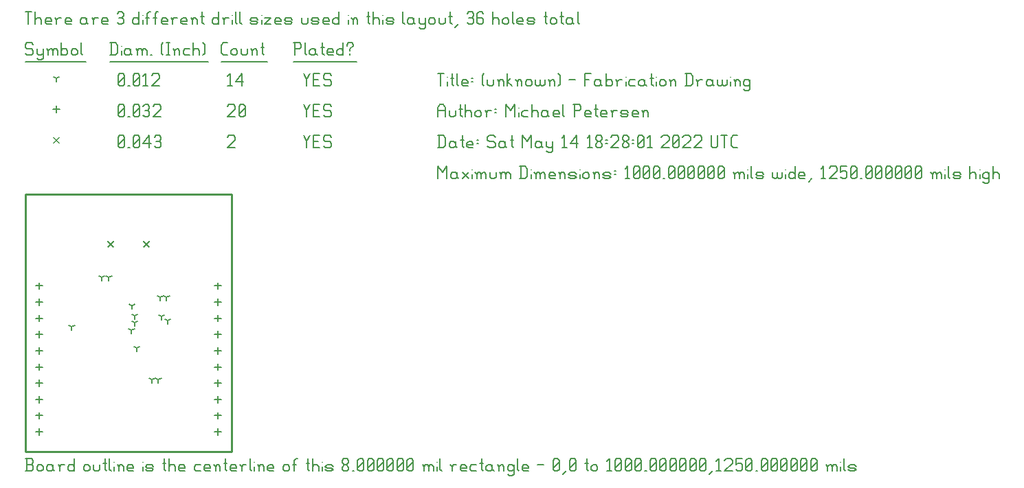
<source format=gbr>
G04 start of page 12 for group -3984 idx -3984 *
G04 Title: (unknown), fab *
G04 Creator: pcb 4.0.2 *
G04 CreationDate: Sat May 14 18:28:01 2022 UTC *
G04 For: railfan *
G04 Format: Gerber/RS-274X *
G04 PCB-Dimensions (mil): 1000.00 1250.00 *
G04 PCB-Coordinate-Origin: lower left *
%MOIN*%
%FSLAX25Y25*%
%LNFAB*%
%ADD52C,0.0100*%
%ADD51C,0.0075*%
%ADD50C,0.0060*%
%ADD49C,0.0001*%
G54D49*G36*
X57461Y102644D02*X60427Y99678D01*
X59861Y99112D01*
X56896Y102078D01*
X57461Y102644D01*
G37*
G36*
X56896Y99678D02*X59861Y102644D01*
X60427Y102078D01*
X57461Y99112D01*
X56896Y99678D01*
G37*
G36*
X40139Y102644D02*X43104Y99678D01*
X42539Y99112D01*
X39573Y102078D01*
X40139Y102644D01*
G37*
G36*
X39573Y99678D02*X42539Y102644D01*
X43104Y102078D01*
X40139Y99112D01*
X39573Y99678D01*
G37*
G36*
X13800Y153016D02*X16766Y150050D01*
X16200Y149484D01*
X13234Y152450D01*
X13800Y153016D01*
G37*
G36*
X13234Y150050D02*X16200Y153016D01*
X16766Y152450D01*
X13800Y149484D01*
X13234Y150050D01*
G37*
G54D50*X135000Y153500D02*X136500Y150500D01*
X138000Y153500D01*
X136500Y150500D02*Y147500D01*
X139800Y150800D02*X142050D01*
X139800Y147500D02*X142800D01*
X139800Y153500D02*Y147500D01*
Y153500D02*X142800D01*
X147600D02*X148350Y152750D01*
X145350Y153500D02*X147600D01*
X144600Y152750D02*X145350Y153500D01*
X144600Y152750D02*Y151250D01*
X145350Y150500D01*
X147600D01*
X148350Y149750D01*
Y148250D01*
X147600Y147500D02*X148350Y148250D01*
X145350Y147500D02*X147600D01*
X144600Y148250D02*X145350Y147500D01*
X98000Y152750D02*X98750Y153500D01*
X101000D01*
X101750Y152750D01*
Y151250D01*
X98000Y147500D02*X101750Y151250D01*
X98000Y147500D02*X101750D01*
X45000Y148250D02*X45750Y147500D01*
X45000Y152750D02*Y148250D01*
Y152750D02*X45750Y153500D01*
X47250D01*
X48000Y152750D01*
Y148250D01*
X47250Y147500D02*X48000Y148250D01*
X45750Y147500D02*X47250D01*
X45000Y149000D02*X48000Y152000D01*
X49800Y147500D02*X50550D01*
X52350Y148250D02*X53100Y147500D01*
X52350Y152750D02*Y148250D01*
Y152750D02*X53100Y153500D01*
X54600D01*
X55350Y152750D01*
Y148250D01*
X54600Y147500D02*X55350Y148250D01*
X53100Y147500D02*X54600D01*
X52350Y149000D02*X55350Y152000D01*
X57150Y149750D02*X60150Y153500D01*
X57150Y149750D02*X60900D01*
X60150Y153500D02*Y147500D01*
X62700Y152750D02*X63450Y153500D01*
X64950D01*
X65700Y152750D01*
X64950Y147500D02*X65700Y148250D01*
X63450Y147500D02*X64950D01*
X62700Y148250D02*X63450Y147500D01*
Y150800D02*X64950D01*
X65700Y152750D02*Y151550D01*
Y150050D02*Y148250D01*
Y150050D02*X64950Y150800D01*
X65700Y151550D02*X64950Y150800D01*
X6693Y82100D02*Y78900D01*
X5093Y80500D02*X8293D01*
X6693Y74226D02*Y71026D01*
X5093Y72626D02*X8293D01*
X6693Y66352D02*Y63152D01*
X5093Y64752D02*X8293D01*
X6693Y58478D02*Y55278D01*
X5093Y56878D02*X8293D01*
X6693Y50604D02*Y47404D01*
X5093Y49004D02*X8293D01*
X6693Y42730D02*Y39530D01*
X5093Y41130D02*X8293D01*
X6693Y34856D02*Y31656D01*
X5093Y33256D02*X8293D01*
X6693Y26982D02*Y23782D01*
X5093Y25382D02*X8293D01*
X6693Y19108D02*Y15908D01*
X5093Y17508D02*X8293D01*
X6693Y11234D02*Y8034D01*
X5093Y9634D02*X8293D01*
X93307Y82100D02*Y78900D01*
X91707Y80500D02*X94907D01*
X93307Y74226D02*Y71026D01*
X91707Y72626D02*X94907D01*
X93307Y66352D02*Y63152D01*
X91707Y64752D02*X94907D01*
X93307Y58478D02*Y55278D01*
X91707Y56878D02*X94907D01*
X93307Y50604D02*Y47404D01*
X91707Y49004D02*X94907D01*
X93307Y42730D02*Y39530D01*
X91707Y41130D02*X94907D01*
X93307Y34856D02*Y31656D01*
X91707Y33256D02*X94907D01*
X93307Y26982D02*Y23782D01*
X91707Y25382D02*X94907D01*
X93307Y19108D02*Y15908D01*
X91707Y17508D02*X94907D01*
X93307Y11234D02*Y8034D01*
X91707Y9634D02*X94907D01*
X15000Y167850D02*Y164650D01*
X13400Y166250D02*X16600D01*
X135000Y168500D02*X136500Y165500D01*
X138000Y168500D01*
X136500Y165500D02*Y162500D01*
X139800Y165800D02*X142050D01*
X139800Y162500D02*X142800D01*
X139800Y168500D02*Y162500D01*
Y168500D02*X142800D01*
X147600D02*X148350Y167750D01*
X145350Y168500D02*X147600D01*
X144600Y167750D02*X145350Y168500D01*
X144600Y167750D02*Y166250D01*
X145350Y165500D01*
X147600D01*
X148350Y164750D01*
Y163250D01*
X147600Y162500D02*X148350Y163250D01*
X145350Y162500D02*X147600D01*
X144600Y163250D02*X145350Y162500D01*
X98000Y167750D02*X98750Y168500D01*
X101000D01*
X101750Y167750D01*
Y166250D01*
X98000Y162500D02*X101750Y166250D01*
X98000Y162500D02*X101750D01*
X103550Y163250D02*X104300Y162500D01*
X103550Y167750D02*Y163250D01*
Y167750D02*X104300Y168500D01*
X105800D01*
X106550Y167750D01*
Y163250D01*
X105800Y162500D02*X106550Y163250D01*
X104300Y162500D02*X105800D01*
X103550Y164000D02*X106550Y167000D01*
X45000Y163250D02*X45750Y162500D01*
X45000Y167750D02*Y163250D01*
Y167750D02*X45750Y168500D01*
X47250D01*
X48000Y167750D01*
Y163250D01*
X47250Y162500D02*X48000Y163250D01*
X45750Y162500D02*X47250D01*
X45000Y164000D02*X48000Y167000D01*
X49800Y162500D02*X50550D01*
X52350Y163250D02*X53100Y162500D01*
X52350Y167750D02*Y163250D01*
Y167750D02*X53100Y168500D01*
X54600D01*
X55350Y167750D01*
Y163250D01*
X54600Y162500D02*X55350Y163250D01*
X53100Y162500D02*X54600D01*
X52350Y164000D02*X55350Y167000D01*
X57150Y167750D02*X57900Y168500D01*
X59400D01*
X60150Y167750D01*
X59400Y162500D02*X60150Y163250D01*
X57900Y162500D02*X59400D01*
X57150Y163250D02*X57900Y162500D01*
Y165800D02*X59400D01*
X60150Y167750D02*Y166550D01*
Y165050D02*Y163250D01*
Y165050D02*X59400Y165800D01*
X60150Y166550D02*X59400Y165800D01*
X61950Y167750D02*X62700Y168500D01*
X64950D01*
X65700Y167750D01*
Y166250D01*
X61950Y162500D02*X65700Y166250D01*
X61950Y162500D02*X65700D01*
X40500Y84500D02*Y82900D01*
Y84500D02*X41887Y85300D01*
X40500Y84500D02*X39113Y85300D01*
X37000Y84500D02*Y82900D01*
Y84500D02*X38387Y85300D01*
X37000Y84500D02*X35613Y85300D01*
X22500Y60600D02*Y59000D01*
Y60600D02*X23887Y61400D01*
X22500Y60600D02*X21113Y61400D01*
X51600Y70800D02*Y69200D01*
Y70800D02*X52987Y71600D01*
X51600Y70800D02*X50213Y71600D01*
X54000Y50300D02*Y48700D01*
Y50300D02*X55387Y51100D01*
X54000Y50300D02*X52613Y51100D01*
X65500Y75000D02*Y73400D01*
Y75000D02*X66887Y75800D01*
X65500Y75000D02*X64113Y75800D01*
X68500Y75000D02*Y73400D01*
Y75000D02*X69887Y75800D01*
X68500Y75000D02*X67113Y75800D01*
X61500Y35000D02*Y33400D01*
Y35000D02*X62887Y35800D01*
X61500Y35000D02*X60113Y35800D01*
X64500Y35000D02*Y33400D01*
Y35000D02*X65887Y35800D01*
X64500Y35000D02*X63113Y35800D01*
X51500Y59000D02*Y57400D01*
Y59000D02*X52887Y59800D01*
X51500Y59000D02*X50113Y59800D01*
X53000Y62500D02*Y60900D01*
Y62500D02*X54387Y63300D01*
X53000Y62500D02*X51613Y63300D01*
X53000Y66000D02*Y64400D01*
Y66000D02*X54387Y66800D01*
X53000Y66000D02*X51613Y66800D01*
X66000Y65500D02*Y63900D01*
Y65500D02*X67387Y66300D01*
X66000Y65500D02*X64613Y66300D01*
X69000Y63500D02*Y61900D01*
Y63500D02*X70387Y64300D01*
X69000Y63500D02*X67613Y64300D01*
X15000Y181250D02*Y179650D01*
Y181250D02*X16387Y182050D01*
X15000Y181250D02*X13613Y182050D01*
X135000Y183500D02*X136500Y180500D01*
X138000Y183500D01*
X136500Y180500D02*Y177500D01*
X139800Y180800D02*X142050D01*
X139800Y177500D02*X142800D01*
X139800Y183500D02*Y177500D01*
Y183500D02*X142800D01*
X147600D02*X148350Y182750D01*
X145350Y183500D02*X147600D01*
X144600Y182750D02*X145350Y183500D01*
X144600Y182750D02*Y181250D01*
X145350Y180500D01*
X147600D01*
X148350Y179750D01*
Y178250D01*
X147600Y177500D02*X148350Y178250D01*
X145350Y177500D02*X147600D01*
X144600Y178250D02*X145350Y177500D01*
X98000Y182300D02*X99200Y183500D01*
Y177500D01*
X98000D02*X100250D01*
X102050Y179750D02*X105050Y183500D01*
X102050Y179750D02*X105800D01*
X105050Y183500D02*Y177500D01*
X45000Y178250D02*X45750Y177500D01*
X45000Y182750D02*Y178250D01*
Y182750D02*X45750Y183500D01*
X47250D01*
X48000Y182750D01*
Y178250D01*
X47250Y177500D02*X48000Y178250D01*
X45750Y177500D02*X47250D01*
X45000Y179000D02*X48000Y182000D01*
X49800Y177500D02*X50550D01*
X52350Y178250D02*X53100Y177500D01*
X52350Y182750D02*Y178250D01*
Y182750D02*X53100Y183500D01*
X54600D01*
X55350Y182750D01*
Y178250D01*
X54600Y177500D02*X55350Y178250D01*
X53100Y177500D02*X54600D01*
X52350Y179000D02*X55350Y182000D01*
X57150Y182300D02*X58350Y183500D01*
Y177500D01*
X57150D02*X59400D01*
X61200Y182750D02*X61950Y183500D01*
X64200D01*
X64950Y182750D01*
Y181250D01*
X61200Y177500D02*X64950Y181250D01*
X61200Y177500D02*X64950D01*
X3000Y198500D02*X3750Y197750D01*
X750Y198500D02*X3000D01*
X0Y197750D02*X750Y198500D01*
X0Y197750D02*Y196250D01*
X750Y195500D01*
X3000D01*
X3750Y194750D01*
Y193250D01*
X3000Y192500D02*X3750Y193250D01*
X750Y192500D02*X3000D01*
X0Y193250D02*X750Y192500D01*
X5550Y195500D02*Y193250D01*
X6300Y192500D01*
X8550Y195500D02*Y191000D01*
X7800Y190250D02*X8550Y191000D01*
X6300Y190250D02*X7800D01*
X5550Y191000D02*X6300Y190250D01*
Y192500D02*X7800D01*
X8550Y193250D01*
X11100Y194750D02*Y192500D01*
Y194750D02*X11850Y195500D01*
X12600D01*
X13350Y194750D01*
Y192500D01*
Y194750D02*X14100Y195500D01*
X14850D01*
X15600Y194750D01*
Y192500D01*
X10350Y195500D02*X11100Y194750D01*
X17400Y198500D02*Y192500D01*
Y193250D02*X18150Y192500D01*
X19650D01*
X20400Y193250D01*
Y194750D02*Y193250D01*
X19650Y195500D02*X20400Y194750D01*
X18150Y195500D02*X19650D01*
X17400Y194750D02*X18150Y195500D01*
X22200Y194750D02*Y193250D01*
Y194750D02*X22950Y195500D01*
X24450D01*
X25200Y194750D01*
Y193250D01*
X24450Y192500D02*X25200Y193250D01*
X22950Y192500D02*X24450D01*
X22200Y193250D02*X22950Y192500D01*
X27000Y198500D02*Y193250D01*
X27750Y192500D01*
X0Y189250D02*X29250D01*
X41750Y198500D02*Y192500D01*
X43700Y198500D02*X44750Y197450D01*
Y193550D01*
X43700Y192500D02*X44750Y193550D01*
X41000Y192500D02*X43700D01*
X41000Y198500D02*X43700D01*
G54D51*X46550Y197000D02*Y196850D01*
G54D50*Y194750D02*Y192500D01*
X50300Y195500D02*X51050Y194750D01*
X48800Y195500D02*X50300D01*
X48050Y194750D02*X48800Y195500D01*
X48050Y194750D02*Y193250D01*
X48800Y192500D01*
X51050Y195500D02*Y193250D01*
X51800Y192500D01*
X48800D02*X50300D01*
X51050Y193250D01*
X54350Y194750D02*Y192500D01*
Y194750D02*X55100Y195500D01*
X55850D01*
X56600Y194750D01*
Y192500D01*
Y194750D02*X57350Y195500D01*
X58100D01*
X58850Y194750D01*
Y192500D01*
X53600Y195500D02*X54350Y194750D01*
X60650Y192500D02*X61400D01*
X65900Y193250D02*X66650Y192500D01*
X65900Y197750D02*X66650Y198500D01*
X65900Y197750D02*Y193250D01*
X68450Y198500D02*X69950D01*
X69200D02*Y192500D01*
X68450D02*X69950D01*
X72500Y194750D02*Y192500D01*
Y194750D02*X73250Y195500D01*
X74000D01*
X74750Y194750D01*
Y192500D01*
X71750Y195500D02*X72500Y194750D01*
X77300Y195500D02*X79550D01*
X76550Y194750D02*X77300Y195500D01*
X76550Y194750D02*Y193250D01*
X77300Y192500D01*
X79550D01*
X81350Y198500D02*Y192500D01*
Y194750D02*X82100Y195500D01*
X83600D01*
X84350Y194750D01*
Y192500D01*
X86150Y198500D02*X86900Y197750D01*
Y193250D01*
X86150Y192500D02*X86900Y193250D01*
X41000Y189250D02*X88700D01*
X96050Y192500D02*X98000D01*
X95000Y193550D02*X96050Y192500D01*
X95000Y197450D02*Y193550D01*
Y197450D02*X96050Y198500D01*
X98000D01*
X99800Y194750D02*Y193250D01*
Y194750D02*X100550Y195500D01*
X102050D01*
X102800Y194750D01*
Y193250D01*
X102050Y192500D02*X102800Y193250D01*
X100550Y192500D02*X102050D01*
X99800Y193250D02*X100550Y192500D01*
X104600Y195500D02*Y193250D01*
X105350Y192500D01*
X106850D01*
X107600Y193250D01*
Y195500D02*Y193250D01*
X110150Y194750D02*Y192500D01*
Y194750D02*X110900Y195500D01*
X111650D01*
X112400Y194750D01*
Y192500D01*
X109400Y195500D02*X110150Y194750D01*
X114950Y198500D02*Y193250D01*
X115700Y192500D01*
X114200Y196250D02*X115700D01*
X95000Y189250D02*X117200D01*
X130750Y198500D02*Y192500D01*
X130000Y198500D02*X133000D01*
X133750Y197750D01*
Y196250D01*
X133000Y195500D02*X133750Y196250D01*
X130750Y195500D02*X133000D01*
X135550Y198500D02*Y193250D01*
X136300Y192500D01*
X140050Y195500D02*X140800Y194750D01*
X138550Y195500D02*X140050D01*
X137800Y194750D02*X138550Y195500D01*
X137800Y194750D02*Y193250D01*
X138550Y192500D01*
X140800Y195500D02*Y193250D01*
X141550Y192500D01*
X138550D02*X140050D01*
X140800Y193250D01*
X144100Y198500D02*Y193250D01*
X144850Y192500D01*
X143350Y196250D02*X144850D01*
X147100Y192500D02*X149350D01*
X146350Y193250D02*X147100Y192500D01*
X146350Y194750D02*Y193250D01*
Y194750D02*X147100Y195500D01*
X148600D01*
X149350Y194750D01*
X146350Y194000D02*X149350D01*
Y194750D02*Y194000D01*
X154150Y198500D02*Y192500D01*
X153400D02*X154150Y193250D01*
X151900Y192500D02*X153400D01*
X151150Y193250D02*X151900Y192500D01*
X151150Y194750D02*Y193250D01*
Y194750D02*X151900Y195500D01*
X153400D01*
X154150Y194750D01*
X157450Y195500D02*Y194750D01*
Y193250D02*Y192500D01*
X155950Y197750D02*Y197000D01*
Y197750D02*X156700Y198500D01*
X158200D01*
X158950Y197750D01*
Y197000D01*
X157450Y195500D02*X158950Y197000D01*
X130000Y189250D02*X160750D01*
X0Y213500D02*X3000D01*
X1500D02*Y207500D01*
X4800Y213500D02*Y207500D01*
Y209750D02*X5550Y210500D01*
X7050D01*
X7800Y209750D01*
Y207500D01*
X10350D02*X12600D01*
X9600Y208250D02*X10350Y207500D01*
X9600Y209750D02*Y208250D01*
Y209750D02*X10350Y210500D01*
X11850D01*
X12600Y209750D01*
X9600Y209000D02*X12600D01*
Y209750D02*Y209000D01*
X15150Y209750D02*Y207500D01*
Y209750D02*X15900Y210500D01*
X17400D01*
X14400D02*X15150Y209750D01*
X19950Y207500D02*X22200D01*
X19200Y208250D02*X19950Y207500D01*
X19200Y209750D02*Y208250D01*
Y209750D02*X19950Y210500D01*
X21450D01*
X22200Y209750D01*
X19200Y209000D02*X22200D01*
Y209750D02*Y209000D01*
X28950Y210500D02*X29700Y209750D01*
X27450Y210500D02*X28950D01*
X26700Y209750D02*X27450Y210500D01*
X26700Y209750D02*Y208250D01*
X27450Y207500D01*
X29700Y210500D02*Y208250D01*
X30450Y207500D01*
X27450D02*X28950D01*
X29700Y208250D01*
X33000Y209750D02*Y207500D01*
Y209750D02*X33750Y210500D01*
X35250D01*
X32250D02*X33000Y209750D01*
X37800Y207500D02*X40050D01*
X37050Y208250D02*X37800Y207500D01*
X37050Y209750D02*Y208250D01*
Y209750D02*X37800Y210500D01*
X39300D01*
X40050Y209750D01*
X37050Y209000D02*X40050D01*
Y209750D02*Y209000D01*
X44550Y212750D02*X45300Y213500D01*
X46800D01*
X47550Y212750D01*
X46800Y207500D02*X47550Y208250D01*
X45300Y207500D02*X46800D01*
X44550Y208250D02*X45300Y207500D01*
Y210800D02*X46800D01*
X47550Y212750D02*Y211550D01*
Y210050D02*Y208250D01*
Y210050D02*X46800Y210800D01*
X47550Y211550D02*X46800Y210800D01*
X55050Y213500D02*Y207500D01*
X54300D02*X55050Y208250D01*
X52800Y207500D02*X54300D01*
X52050Y208250D02*X52800Y207500D01*
X52050Y209750D02*Y208250D01*
Y209750D02*X52800Y210500D01*
X54300D01*
X55050Y209750D01*
G54D51*X56850Y212000D02*Y211850D01*
G54D50*Y209750D02*Y207500D01*
X59100Y212750D02*Y207500D01*
Y212750D02*X59850Y213500D01*
X60600D01*
X58350Y210500D02*X59850D01*
X62850Y212750D02*Y207500D01*
Y212750D02*X63600Y213500D01*
X64350D01*
X62100Y210500D02*X63600D01*
X66600Y207500D02*X68850D01*
X65850Y208250D02*X66600Y207500D01*
X65850Y209750D02*Y208250D01*
Y209750D02*X66600Y210500D01*
X68100D01*
X68850Y209750D01*
X65850Y209000D02*X68850D01*
Y209750D02*Y209000D01*
X71400Y209750D02*Y207500D01*
Y209750D02*X72150Y210500D01*
X73650D01*
X70650D02*X71400Y209750D01*
X76200Y207500D02*X78450D01*
X75450Y208250D02*X76200Y207500D01*
X75450Y209750D02*Y208250D01*
Y209750D02*X76200Y210500D01*
X77700D01*
X78450Y209750D01*
X75450Y209000D02*X78450D01*
Y209750D02*Y209000D01*
X81000Y209750D02*Y207500D01*
Y209750D02*X81750Y210500D01*
X82500D01*
X83250Y209750D01*
Y207500D01*
X80250Y210500D02*X81000Y209750D01*
X85800Y213500D02*Y208250D01*
X86550Y207500D01*
X85050Y211250D02*X86550D01*
X93750Y213500D02*Y207500D01*
X93000D02*X93750Y208250D01*
X91500Y207500D02*X93000D01*
X90750Y208250D02*X91500Y207500D01*
X90750Y209750D02*Y208250D01*
Y209750D02*X91500Y210500D01*
X93000D01*
X93750Y209750D01*
X96300D02*Y207500D01*
Y209750D02*X97050Y210500D01*
X98550D01*
X95550D02*X96300Y209750D01*
G54D51*X100350Y212000D02*Y211850D01*
G54D50*Y209750D02*Y207500D01*
X101850Y213500D02*Y208250D01*
X102600Y207500D01*
X104100Y213500D02*Y208250D01*
X104850Y207500D01*
X109800D02*X112050D01*
X112800Y208250D01*
X112050Y209000D02*X112800Y208250D01*
X109800Y209000D02*X112050D01*
X109050Y209750D02*X109800Y209000D01*
X109050Y209750D02*X109800Y210500D01*
X112050D01*
X112800Y209750D01*
X109050Y208250D02*X109800Y207500D01*
G54D51*X114600Y212000D02*Y211850D01*
G54D50*Y209750D02*Y207500D01*
X116100Y210500D02*X119100D01*
X116100Y207500D02*X119100Y210500D01*
X116100Y207500D02*X119100D01*
X121650D02*X123900D01*
X120900Y208250D02*X121650Y207500D01*
X120900Y209750D02*Y208250D01*
Y209750D02*X121650Y210500D01*
X123150D01*
X123900Y209750D01*
X120900Y209000D02*X123900D01*
Y209750D02*Y209000D01*
X126450Y207500D02*X128700D01*
X129450Y208250D01*
X128700Y209000D02*X129450Y208250D01*
X126450Y209000D02*X128700D01*
X125700Y209750D02*X126450Y209000D01*
X125700Y209750D02*X126450Y210500D01*
X128700D01*
X129450Y209750D01*
X125700Y208250D02*X126450Y207500D01*
X133950Y210500D02*Y208250D01*
X134700Y207500D01*
X136200D01*
X136950Y208250D01*
Y210500D02*Y208250D01*
X139500Y207500D02*X141750D01*
X142500Y208250D01*
X141750Y209000D02*X142500Y208250D01*
X139500Y209000D02*X141750D01*
X138750Y209750D02*X139500Y209000D01*
X138750Y209750D02*X139500Y210500D01*
X141750D01*
X142500Y209750D01*
X138750Y208250D02*X139500Y207500D01*
X145050D02*X147300D01*
X144300Y208250D02*X145050Y207500D01*
X144300Y209750D02*Y208250D01*
Y209750D02*X145050Y210500D01*
X146550D01*
X147300Y209750D01*
X144300Y209000D02*X147300D01*
Y209750D02*Y209000D01*
X152100Y213500D02*Y207500D01*
X151350D02*X152100Y208250D01*
X149850Y207500D02*X151350D01*
X149100Y208250D02*X149850Y207500D01*
X149100Y209750D02*Y208250D01*
Y209750D02*X149850Y210500D01*
X151350D01*
X152100Y209750D01*
G54D51*X156600Y212000D02*Y211850D01*
G54D50*Y209750D02*Y207500D01*
X158850Y209750D02*Y207500D01*
Y209750D02*X159600Y210500D01*
X160350D01*
X161100Y209750D01*
Y207500D01*
X158100Y210500D02*X158850Y209750D01*
X166350Y213500D02*Y208250D01*
X167100Y207500D01*
X165600Y211250D02*X167100D01*
X168600Y213500D02*Y207500D01*
Y209750D02*X169350Y210500D01*
X170850D01*
X171600Y209750D01*
Y207500D01*
G54D51*X173400Y212000D02*Y211850D01*
G54D50*Y209750D02*Y207500D01*
X175650D02*X177900D01*
X178650Y208250D01*
X177900Y209000D02*X178650Y208250D01*
X175650Y209000D02*X177900D01*
X174900Y209750D02*X175650Y209000D01*
X174900Y209750D02*X175650Y210500D01*
X177900D01*
X178650Y209750D01*
X174900Y208250D02*X175650Y207500D01*
X183150Y213500D02*Y208250D01*
X183900Y207500D01*
X187650Y210500D02*X188400Y209750D01*
X186150Y210500D02*X187650D01*
X185400Y209750D02*X186150Y210500D01*
X185400Y209750D02*Y208250D01*
X186150Y207500D01*
X188400Y210500D02*Y208250D01*
X189150Y207500D01*
X186150D02*X187650D01*
X188400Y208250D01*
X190950Y210500D02*Y208250D01*
X191700Y207500D01*
X193950Y210500D02*Y206000D01*
X193200Y205250D02*X193950Y206000D01*
X191700Y205250D02*X193200D01*
X190950Y206000D02*X191700Y205250D01*
Y207500D02*X193200D01*
X193950Y208250D01*
X195750Y209750D02*Y208250D01*
Y209750D02*X196500Y210500D01*
X198000D01*
X198750Y209750D01*
Y208250D01*
X198000Y207500D02*X198750Y208250D01*
X196500Y207500D02*X198000D01*
X195750Y208250D02*X196500Y207500D01*
X200550Y210500D02*Y208250D01*
X201300Y207500D01*
X202800D01*
X203550Y208250D01*
Y210500D02*Y208250D01*
X206100Y213500D02*Y208250D01*
X206850Y207500D01*
X205350Y211250D02*X206850D01*
X208350Y206000D02*X209850Y207500D01*
X214350Y212750D02*X215100Y213500D01*
X216600D01*
X217350Y212750D01*
X216600Y207500D02*X217350Y208250D01*
X215100Y207500D02*X216600D01*
X214350Y208250D02*X215100Y207500D01*
Y210800D02*X216600D01*
X217350Y212750D02*Y211550D01*
Y210050D02*Y208250D01*
Y210050D02*X216600Y210800D01*
X217350Y211550D02*X216600Y210800D01*
X221400Y213500D02*X222150Y212750D01*
X219900Y213500D02*X221400D01*
X219150Y212750D02*X219900Y213500D01*
X219150Y212750D02*Y208250D01*
X219900Y207500D01*
X221400Y210800D02*X222150Y210050D01*
X219150Y210800D02*X221400D01*
X219900Y207500D02*X221400D01*
X222150Y208250D01*
Y210050D02*Y208250D01*
X226650Y213500D02*Y207500D01*
Y209750D02*X227400Y210500D01*
X228900D01*
X229650Y209750D01*
Y207500D01*
X231450Y209750D02*Y208250D01*
Y209750D02*X232200Y210500D01*
X233700D01*
X234450Y209750D01*
Y208250D01*
X233700Y207500D02*X234450Y208250D01*
X232200Y207500D02*X233700D01*
X231450Y208250D02*X232200Y207500D01*
X236250Y213500D02*Y208250D01*
X237000Y207500D01*
X239250D02*X241500D01*
X238500Y208250D02*X239250Y207500D01*
X238500Y209750D02*Y208250D01*
Y209750D02*X239250Y210500D01*
X240750D01*
X241500Y209750D01*
X238500Y209000D02*X241500D01*
Y209750D02*Y209000D01*
X244050Y207500D02*X246300D01*
X247050Y208250D01*
X246300Y209000D02*X247050Y208250D01*
X244050Y209000D02*X246300D01*
X243300Y209750D02*X244050Y209000D01*
X243300Y209750D02*X244050Y210500D01*
X246300D01*
X247050Y209750D01*
X243300Y208250D02*X244050Y207500D01*
X252300Y213500D02*Y208250D01*
X253050Y207500D01*
X251550Y211250D02*X253050D01*
X254550Y209750D02*Y208250D01*
Y209750D02*X255300Y210500D01*
X256800D01*
X257550Y209750D01*
Y208250D01*
X256800Y207500D02*X257550Y208250D01*
X255300Y207500D02*X256800D01*
X254550Y208250D02*X255300Y207500D01*
X260100Y213500D02*Y208250D01*
X260850Y207500D01*
X259350Y211250D02*X260850D01*
X264600Y210500D02*X265350Y209750D01*
X263100Y210500D02*X264600D01*
X262350Y209750D02*X263100Y210500D01*
X262350Y209750D02*Y208250D01*
X263100Y207500D01*
X265350Y210500D02*Y208250D01*
X266100Y207500D01*
X263100D02*X264600D01*
X265350Y208250D01*
X267900Y213500D02*Y208250D01*
X268650Y207500D01*
G54D52*X0Y125000D02*X100000D01*
X0D02*Y0D01*
X100000Y125000D02*Y0D01*
X0D02*X100000D01*
G54D50*X200000Y138500D02*Y132500D01*
Y138500D02*X202250Y135500D01*
X204500Y138500D01*
Y132500D01*
X208550Y135500D02*X209300Y134750D01*
X207050Y135500D02*X208550D01*
X206300Y134750D02*X207050Y135500D01*
X206300Y134750D02*Y133250D01*
X207050Y132500D01*
X209300Y135500D02*Y133250D01*
X210050Y132500D01*
X207050D02*X208550D01*
X209300Y133250D01*
X211850Y135500D02*X214850Y132500D01*
X211850D02*X214850Y135500D01*
G54D51*X216650Y137000D02*Y136850D01*
G54D50*Y134750D02*Y132500D01*
X218900Y134750D02*Y132500D01*
Y134750D02*X219650Y135500D01*
X220400D01*
X221150Y134750D01*
Y132500D01*
Y134750D02*X221900Y135500D01*
X222650D01*
X223400Y134750D01*
Y132500D01*
X218150Y135500D02*X218900Y134750D01*
X225200Y135500D02*Y133250D01*
X225950Y132500D01*
X227450D01*
X228200Y133250D01*
Y135500D02*Y133250D01*
X230750Y134750D02*Y132500D01*
Y134750D02*X231500Y135500D01*
X232250D01*
X233000Y134750D01*
Y132500D01*
Y134750D02*X233750Y135500D01*
X234500D01*
X235250Y134750D01*
Y132500D01*
X230000Y135500D02*X230750Y134750D01*
X240500Y138500D02*Y132500D01*
X242450Y138500D02*X243500Y137450D01*
Y133550D01*
X242450Y132500D02*X243500Y133550D01*
X239750Y132500D02*X242450D01*
X239750Y138500D02*X242450D01*
G54D51*X245300Y137000D02*Y136850D01*
G54D50*Y134750D02*Y132500D01*
X247550Y134750D02*Y132500D01*
Y134750D02*X248300Y135500D01*
X249050D01*
X249800Y134750D01*
Y132500D01*
Y134750D02*X250550Y135500D01*
X251300D01*
X252050Y134750D01*
Y132500D01*
X246800Y135500D02*X247550Y134750D01*
X254600Y132500D02*X256850D01*
X253850Y133250D02*X254600Y132500D01*
X253850Y134750D02*Y133250D01*
Y134750D02*X254600Y135500D01*
X256100D01*
X256850Y134750D01*
X253850Y134000D02*X256850D01*
Y134750D02*Y134000D01*
X259400Y134750D02*Y132500D01*
Y134750D02*X260150Y135500D01*
X260900D01*
X261650Y134750D01*
Y132500D01*
X258650Y135500D02*X259400Y134750D01*
X264200Y132500D02*X266450D01*
X267200Y133250D01*
X266450Y134000D02*X267200Y133250D01*
X264200Y134000D02*X266450D01*
X263450Y134750D02*X264200Y134000D01*
X263450Y134750D02*X264200Y135500D01*
X266450D01*
X267200Y134750D01*
X263450Y133250D02*X264200Y132500D01*
G54D51*X269000Y137000D02*Y136850D01*
G54D50*Y134750D02*Y132500D01*
X270500Y134750D02*Y133250D01*
Y134750D02*X271250Y135500D01*
X272750D01*
X273500Y134750D01*
Y133250D01*
X272750Y132500D02*X273500Y133250D01*
X271250Y132500D02*X272750D01*
X270500Y133250D02*X271250Y132500D01*
X276050Y134750D02*Y132500D01*
Y134750D02*X276800Y135500D01*
X277550D01*
X278300Y134750D01*
Y132500D01*
X275300Y135500D02*X276050Y134750D01*
X280850Y132500D02*X283100D01*
X283850Y133250D01*
X283100Y134000D02*X283850Y133250D01*
X280850Y134000D02*X283100D01*
X280100Y134750D02*X280850Y134000D01*
X280100Y134750D02*X280850Y135500D01*
X283100D01*
X283850Y134750D01*
X280100Y133250D02*X280850Y132500D01*
X285650Y136250D02*X286400D01*
X285650Y134750D02*X286400D01*
X290900Y137300D02*X292100Y138500D01*
Y132500D01*
X290900D02*X293150D01*
X294950Y133250D02*X295700Y132500D01*
X294950Y137750D02*Y133250D01*
Y137750D02*X295700Y138500D01*
X297200D01*
X297950Y137750D01*
Y133250D01*
X297200Y132500D02*X297950Y133250D01*
X295700Y132500D02*X297200D01*
X294950Y134000D02*X297950Y137000D01*
X299750Y133250D02*X300500Y132500D01*
X299750Y137750D02*Y133250D01*
Y137750D02*X300500Y138500D01*
X302000D01*
X302750Y137750D01*
Y133250D01*
X302000Y132500D02*X302750Y133250D01*
X300500Y132500D02*X302000D01*
X299750Y134000D02*X302750Y137000D01*
X304550Y133250D02*X305300Y132500D01*
X304550Y137750D02*Y133250D01*
Y137750D02*X305300Y138500D01*
X306800D01*
X307550Y137750D01*
Y133250D01*
X306800Y132500D02*X307550Y133250D01*
X305300Y132500D02*X306800D01*
X304550Y134000D02*X307550Y137000D01*
X309350Y132500D02*X310100D01*
X311900Y133250D02*X312650Y132500D01*
X311900Y137750D02*Y133250D01*
Y137750D02*X312650Y138500D01*
X314150D01*
X314900Y137750D01*
Y133250D01*
X314150Y132500D02*X314900Y133250D01*
X312650Y132500D02*X314150D01*
X311900Y134000D02*X314900Y137000D01*
X316700Y133250D02*X317450Y132500D01*
X316700Y137750D02*Y133250D01*
Y137750D02*X317450Y138500D01*
X318950D01*
X319700Y137750D01*
Y133250D01*
X318950Y132500D02*X319700Y133250D01*
X317450Y132500D02*X318950D01*
X316700Y134000D02*X319700Y137000D01*
X321500Y133250D02*X322250Y132500D01*
X321500Y137750D02*Y133250D01*
Y137750D02*X322250Y138500D01*
X323750D01*
X324500Y137750D01*
Y133250D01*
X323750Y132500D02*X324500Y133250D01*
X322250Y132500D02*X323750D01*
X321500Y134000D02*X324500Y137000D01*
X326300Y133250D02*X327050Y132500D01*
X326300Y137750D02*Y133250D01*
Y137750D02*X327050Y138500D01*
X328550D01*
X329300Y137750D01*
Y133250D01*
X328550Y132500D02*X329300Y133250D01*
X327050Y132500D02*X328550D01*
X326300Y134000D02*X329300Y137000D01*
X331100Y133250D02*X331850Y132500D01*
X331100Y137750D02*Y133250D01*
Y137750D02*X331850Y138500D01*
X333350D01*
X334100Y137750D01*
Y133250D01*
X333350Y132500D02*X334100Y133250D01*
X331850Y132500D02*X333350D01*
X331100Y134000D02*X334100Y137000D01*
X335900Y133250D02*X336650Y132500D01*
X335900Y137750D02*Y133250D01*
Y137750D02*X336650Y138500D01*
X338150D01*
X338900Y137750D01*
Y133250D01*
X338150Y132500D02*X338900Y133250D01*
X336650Y132500D02*X338150D01*
X335900Y134000D02*X338900Y137000D01*
X344150Y134750D02*Y132500D01*
Y134750D02*X344900Y135500D01*
X345650D01*
X346400Y134750D01*
Y132500D01*
Y134750D02*X347150Y135500D01*
X347900D01*
X348650Y134750D01*
Y132500D01*
X343400Y135500D02*X344150Y134750D01*
G54D51*X350450Y137000D02*Y136850D01*
G54D50*Y134750D02*Y132500D01*
X351950Y138500D02*Y133250D01*
X352700Y132500D01*
X354950D02*X357200D01*
X357950Y133250D01*
X357200Y134000D02*X357950Y133250D01*
X354950Y134000D02*X357200D01*
X354200Y134750D02*X354950Y134000D01*
X354200Y134750D02*X354950Y135500D01*
X357200D01*
X357950Y134750D01*
X354200Y133250D02*X354950Y132500D01*
X362450Y135500D02*Y133250D01*
X363200Y132500D01*
X363950D01*
X364700Y133250D01*
Y135500D02*Y133250D01*
X365450Y132500D01*
X366200D01*
X366950Y133250D01*
Y135500D02*Y133250D01*
G54D51*X368750Y137000D02*Y136850D01*
G54D50*Y134750D02*Y132500D01*
X373250Y138500D02*Y132500D01*
X372500D02*X373250Y133250D01*
X371000Y132500D02*X372500D01*
X370250Y133250D02*X371000Y132500D01*
X370250Y134750D02*Y133250D01*
Y134750D02*X371000Y135500D01*
X372500D01*
X373250Y134750D01*
X375800Y132500D02*X378050D01*
X375050Y133250D02*X375800Y132500D01*
X375050Y134750D02*Y133250D01*
Y134750D02*X375800Y135500D01*
X377300D01*
X378050Y134750D01*
X375050Y134000D02*X378050D01*
Y134750D02*Y134000D01*
X379850Y131000D02*X381350Y132500D01*
X385850Y137300D02*X387050Y138500D01*
Y132500D01*
X385850D02*X388100D01*
X389900Y137750D02*X390650Y138500D01*
X392900D01*
X393650Y137750D01*
Y136250D01*
X389900Y132500D02*X393650Y136250D01*
X389900Y132500D02*X393650D01*
X395450Y138500D02*X398450D01*
X395450D02*Y135500D01*
X396200Y136250D01*
X397700D01*
X398450Y135500D01*
Y133250D01*
X397700Y132500D02*X398450Y133250D01*
X396200Y132500D02*X397700D01*
X395450Y133250D02*X396200Y132500D01*
X400250Y133250D02*X401000Y132500D01*
X400250Y137750D02*Y133250D01*
Y137750D02*X401000Y138500D01*
X402500D01*
X403250Y137750D01*
Y133250D01*
X402500Y132500D02*X403250Y133250D01*
X401000Y132500D02*X402500D01*
X400250Y134000D02*X403250Y137000D01*
X405050Y132500D02*X405800D01*
X407600Y133250D02*X408350Y132500D01*
X407600Y137750D02*Y133250D01*
Y137750D02*X408350Y138500D01*
X409850D01*
X410600Y137750D01*
Y133250D01*
X409850Y132500D02*X410600Y133250D01*
X408350Y132500D02*X409850D01*
X407600Y134000D02*X410600Y137000D01*
X412400Y133250D02*X413150Y132500D01*
X412400Y137750D02*Y133250D01*
Y137750D02*X413150Y138500D01*
X414650D01*
X415400Y137750D01*
Y133250D01*
X414650Y132500D02*X415400Y133250D01*
X413150Y132500D02*X414650D01*
X412400Y134000D02*X415400Y137000D01*
X417200Y133250D02*X417950Y132500D01*
X417200Y137750D02*Y133250D01*
Y137750D02*X417950Y138500D01*
X419450D01*
X420200Y137750D01*
Y133250D01*
X419450Y132500D02*X420200Y133250D01*
X417950Y132500D02*X419450D01*
X417200Y134000D02*X420200Y137000D01*
X422000Y133250D02*X422750Y132500D01*
X422000Y137750D02*Y133250D01*
Y137750D02*X422750Y138500D01*
X424250D01*
X425000Y137750D01*
Y133250D01*
X424250Y132500D02*X425000Y133250D01*
X422750Y132500D02*X424250D01*
X422000Y134000D02*X425000Y137000D01*
X426800Y133250D02*X427550Y132500D01*
X426800Y137750D02*Y133250D01*
Y137750D02*X427550Y138500D01*
X429050D01*
X429800Y137750D01*
Y133250D01*
X429050Y132500D02*X429800Y133250D01*
X427550Y132500D02*X429050D01*
X426800Y134000D02*X429800Y137000D01*
X431600Y133250D02*X432350Y132500D01*
X431600Y137750D02*Y133250D01*
Y137750D02*X432350Y138500D01*
X433850D01*
X434600Y137750D01*
Y133250D01*
X433850Y132500D02*X434600Y133250D01*
X432350Y132500D02*X433850D01*
X431600Y134000D02*X434600Y137000D01*
X439850Y134750D02*Y132500D01*
Y134750D02*X440600Y135500D01*
X441350D01*
X442100Y134750D01*
Y132500D01*
Y134750D02*X442850Y135500D01*
X443600D01*
X444350Y134750D01*
Y132500D01*
X439100Y135500D02*X439850Y134750D01*
G54D51*X446150Y137000D02*Y136850D01*
G54D50*Y134750D02*Y132500D01*
X447650Y138500D02*Y133250D01*
X448400Y132500D01*
X450650D02*X452900D01*
X453650Y133250D01*
X452900Y134000D02*X453650Y133250D01*
X450650Y134000D02*X452900D01*
X449900Y134750D02*X450650Y134000D01*
X449900Y134750D02*X450650Y135500D01*
X452900D01*
X453650Y134750D01*
X449900Y133250D02*X450650Y132500D01*
X458150Y138500D02*Y132500D01*
Y134750D02*X458900Y135500D01*
X460400D01*
X461150Y134750D01*
Y132500D01*
G54D51*X462950Y137000D02*Y136850D01*
G54D50*Y134750D02*Y132500D01*
X466700Y135500D02*X467450Y134750D01*
X465200Y135500D02*X466700D01*
X464450Y134750D02*X465200Y135500D01*
X464450Y134750D02*Y133250D01*
X465200Y132500D01*
X466700D01*
X467450Y133250D01*
X464450Y131000D02*X465200Y130250D01*
X466700D01*
X467450Y131000D01*
Y135500D02*Y131000D01*
X469250Y138500D02*Y132500D01*
Y134750D02*X470000Y135500D01*
X471500D01*
X472250Y134750D01*
Y132500D01*
X0Y-9500D02*X3000D01*
X3750Y-8750D01*
Y-6950D02*Y-8750D01*
X3000Y-6200D02*X3750Y-6950D01*
X750Y-6200D02*X3000D01*
X750Y-3500D02*Y-9500D01*
X0Y-3500D02*X3000D01*
X3750Y-4250D01*
Y-5450D01*
X3000Y-6200D02*X3750Y-5450D01*
X5550Y-7250D02*Y-8750D01*
Y-7250D02*X6300Y-6500D01*
X7800D01*
X8550Y-7250D01*
Y-8750D01*
X7800Y-9500D02*X8550Y-8750D01*
X6300Y-9500D02*X7800D01*
X5550Y-8750D02*X6300Y-9500D01*
X12600Y-6500D02*X13350Y-7250D01*
X11100Y-6500D02*X12600D01*
X10350Y-7250D02*X11100Y-6500D01*
X10350Y-7250D02*Y-8750D01*
X11100Y-9500D01*
X13350Y-6500D02*Y-8750D01*
X14100Y-9500D01*
X11100D02*X12600D01*
X13350Y-8750D01*
X16650Y-7250D02*Y-9500D01*
Y-7250D02*X17400Y-6500D01*
X18900D01*
X15900D02*X16650Y-7250D01*
X23700Y-3500D02*Y-9500D01*
X22950D02*X23700Y-8750D01*
X21450Y-9500D02*X22950D01*
X20700Y-8750D02*X21450Y-9500D01*
X20700Y-7250D02*Y-8750D01*
Y-7250D02*X21450Y-6500D01*
X22950D01*
X23700Y-7250D01*
X28200D02*Y-8750D01*
Y-7250D02*X28950Y-6500D01*
X30450D01*
X31200Y-7250D01*
Y-8750D01*
X30450Y-9500D02*X31200Y-8750D01*
X28950Y-9500D02*X30450D01*
X28200Y-8750D02*X28950Y-9500D01*
X33000Y-6500D02*Y-8750D01*
X33750Y-9500D01*
X35250D01*
X36000Y-8750D01*
Y-6500D02*Y-8750D01*
X38550Y-3500D02*Y-8750D01*
X39300Y-9500D01*
X37800Y-5750D02*X39300D01*
X40800Y-3500D02*Y-8750D01*
X41550Y-9500D01*
G54D51*X43050Y-5000D02*Y-5150D01*
G54D50*Y-7250D02*Y-9500D01*
X45300Y-7250D02*Y-9500D01*
Y-7250D02*X46050Y-6500D01*
X46800D01*
X47550Y-7250D01*
Y-9500D01*
X44550Y-6500D02*X45300Y-7250D01*
X50100Y-9500D02*X52350D01*
X49350Y-8750D02*X50100Y-9500D01*
X49350Y-7250D02*Y-8750D01*
Y-7250D02*X50100Y-6500D01*
X51600D01*
X52350Y-7250D01*
X49350Y-8000D02*X52350D01*
Y-7250D02*Y-8000D01*
G54D51*X56850Y-5000D02*Y-5150D01*
G54D50*Y-7250D02*Y-9500D01*
X59100D02*X61350D01*
X62100Y-8750D01*
X61350Y-8000D02*X62100Y-8750D01*
X59100Y-8000D02*X61350D01*
X58350Y-7250D02*X59100Y-8000D01*
X58350Y-7250D02*X59100Y-6500D01*
X61350D01*
X62100Y-7250D01*
X58350Y-8750D02*X59100Y-9500D01*
X67350Y-3500D02*Y-8750D01*
X68100Y-9500D01*
X66600Y-5750D02*X68100D01*
X69600Y-3500D02*Y-9500D01*
Y-7250D02*X70350Y-6500D01*
X71850D01*
X72600Y-7250D01*
Y-9500D01*
X75150D02*X77400D01*
X74400Y-8750D02*X75150Y-9500D01*
X74400Y-7250D02*Y-8750D01*
Y-7250D02*X75150Y-6500D01*
X76650D01*
X77400Y-7250D01*
X74400Y-8000D02*X77400D01*
Y-7250D02*Y-8000D01*
X82650Y-6500D02*X84900D01*
X81900Y-7250D02*X82650Y-6500D01*
X81900Y-7250D02*Y-8750D01*
X82650Y-9500D01*
X84900D01*
X87450D02*X89700D01*
X86700Y-8750D02*X87450Y-9500D01*
X86700Y-7250D02*Y-8750D01*
Y-7250D02*X87450Y-6500D01*
X88950D01*
X89700Y-7250D01*
X86700Y-8000D02*X89700D01*
Y-7250D02*Y-8000D01*
X92250Y-7250D02*Y-9500D01*
Y-7250D02*X93000Y-6500D01*
X93750D01*
X94500Y-7250D01*
Y-9500D01*
X91500Y-6500D02*X92250Y-7250D01*
X97050Y-3500D02*Y-8750D01*
X97800Y-9500D01*
X96300Y-5750D02*X97800D01*
X100050Y-9500D02*X102300D01*
X99300Y-8750D02*X100050Y-9500D01*
X99300Y-7250D02*Y-8750D01*
Y-7250D02*X100050Y-6500D01*
X101550D01*
X102300Y-7250D01*
X99300Y-8000D02*X102300D01*
Y-7250D02*Y-8000D01*
X104850Y-7250D02*Y-9500D01*
Y-7250D02*X105600Y-6500D01*
X107100D01*
X104100D02*X104850Y-7250D01*
X108900Y-3500D02*Y-8750D01*
X109650Y-9500D01*
G54D51*X111150Y-5000D02*Y-5150D01*
G54D50*Y-7250D02*Y-9500D01*
X113400Y-7250D02*Y-9500D01*
Y-7250D02*X114150Y-6500D01*
X114900D01*
X115650Y-7250D01*
Y-9500D01*
X112650Y-6500D02*X113400Y-7250D01*
X118200Y-9500D02*X120450D01*
X117450Y-8750D02*X118200Y-9500D01*
X117450Y-7250D02*Y-8750D01*
Y-7250D02*X118200Y-6500D01*
X119700D01*
X120450Y-7250D01*
X117450Y-8000D02*X120450D01*
Y-7250D02*Y-8000D01*
X124950Y-7250D02*Y-8750D01*
Y-7250D02*X125700Y-6500D01*
X127200D01*
X127950Y-7250D01*
Y-8750D01*
X127200Y-9500D02*X127950Y-8750D01*
X125700Y-9500D02*X127200D01*
X124950Y-8750D02*X125700Y-9500D01*
X130500Y-4250D02*Y-9500D01*
Y-4250D02*X131250Y-3500D01*
X132000D01*
X129750Y-6500D02*X131250D01*
X136950Y-3500D02*Y-8750D01*
X137700Y-9500D01*
X136200Y-5750D02*X137700D01*
X139200Y-3500D02*Y-9500D01*
Y-7250D02*X139950Y-6500D01*
X141450D01*
X142200Y-7250D01*
Y-9500D01*
G54D51*X144000Y-5000D02*Y-5150D01*
G54D50*Y-7250D02*Y-9500D01*
X146250D02*X148500D01*
X149250Y-8750D01*
X148500Y-8000D02*X149250Y-8750D01*
X146250Y-8000D02*X148500D01*
X145500Y-7250D02*X146250Y-8000D01*
X145500Y-7250D02*X146250Y-6500D01*
X148500D01*
X149250Y-7250D01*
X145500Y-8750D02*X146250Y-9500D01*
X153750Y-8750D02*X154500Y-9500D01*
X153750Y-7550D02*Y-8750D01*
Y-7550D02*X154800Y-6500D01*
X155700D01*
X156750Y-7550D01*
Y-8750D01*
X156000Y-9500D02*X156750Y-8750D01*
X154500Y-9500D02*X156000D01*
X153750Y-5450D02*X154800Y-6500D01*
X153750Y-4250D02*Y-5450D01*
Y-4250D02*X154500Y-3500D01*
X156000D01*
X156750Y-4250D01*
Y-5450D01*
X155700Y-6500D02*X156750Y-5450D01*
X158550Y-9500D02*X159300D01*
X161100Y-8750D02*X161850Y-9500D01*
X161100Y-4250D02*Y-8750D01*
Y-4250D02*X161850Y-3500D01*
X163350D01*
X164100Y-4250D01*
Y-8750D01*
X163350Y-9500D02*X164100Y-8750D01*
X161850Y-9500D02*X163350D01*
X161100Y-8000D02*X164100Y-5000D01*
X165900Y-8750D02*X166650Y-9500D01*
X165900Y-4250D02*Y-8750D01*
Y-4250D02*X166650Y-3500D01*
X168150D01*
X168900Y-4250D01*
Y-8750D01*
X168150Y-9500D02*X168900Y-8750D01*
X166650Y-9500D02*X168150D01*
X165900Y-8000D02*X168900Y-5000D01*
X170700Y-8750D02*X171450Y-9500D01*
X170700Y-4250D02*Y-8750D01*
Y-4250D02*X171450Y-3500D01*
X172950D01*
X173700Y-4250D01*
Y-8750D01*
X172950Y-9500D02*X173700Y-8750D01*
X171450Y-9500D02*X172950D01*
X170700Y-8000D02*X173700Y-5000D01*
X175500Y-8750D02*X176250Y-9500D01*
X175500Y-4250D02*Y-8750D01*
Y-4250D02*X176250Y-3500D01*
X177750D01*
X178500Y-4250D01*
Y-8750D01*
X177750Y-9500D02*X178500Y-8750D01*
X176250Y-9500D02*X177750D01*
X175500Y-8000D02*X178500Y-5000D01*
X180300Y-8750D02*X181050Y-9500D01*
X180300Y-4250D02*Y-8750D01*
Y-4250D02*X181050Y-3500D01*
X182550D01*
X183300Y-4250D01*
Y-8750D01*
X182550Y-9500D02*X183300Y-8750D01*
X181050Y-9500D02*X182550D01*
X180300Y-8000D02*X183300Y-5000D01*
X185100Y-8750D02*X185850Y-9500D01*
X185100Y-4250D02*Y-8750D01*
Y-4250D02*X185850Y-3500D01*
X187350D01*
X188100Y-4250D01*
Y-8750D01*
X187350Y-9500D02*X188100Y-8750D01*
X185850Y-9500D02*X187350D01*
X185100Y-8000D02*X188100Y-5000D01*
X193350Y-7250D02*Y-9500D01*
Y-7250D02*X194100Y-6500D01*
X194850D01*
X195600Y-7250D01*
Y-9500D01*
Y-7250D02*X196350Y-6500D01*
X197100D01*
X197850Y-7250D01*
Y-9500D01*
X192600Y-6500D02*X193350Y-7250D01*
G54D51*X199650Y-5000D02*Y-5150D01*
G54D50*Y-7250D02*Y-9500D01*
X201150Y-3500D02*Y-8750D01*
X201900Y-9500D01*
X206850Y-7250D02*Y-9500D01*
Y-7250D02*X207600Y-6500D01*
X209100D01*
X206100D02*X206850Y-7250D01*
X211650Y-9500D02*X213900D01*
X210900Y-8750D02*X211650Y-9500D01*
X210900Y-7250D02*Y-8750D01*
Y-7250D02*X211650Y-6500D01*
X213150D01*
X213900Y-7250D01*
X210900Y-8000D02*X213900D01*
Y-7250D02*Y-8000D01*
X216450Y-6500D02*X218700D01*
X215700Y-7250D02*X216450Y-6500D01*
X215700Y-7250D02*Y-8750D01*
X216450Y-9500D01*
X218700D01*
X221250Y-3500D02*Y-8750D01*
X222000Y-9500D01*
X220500Y-5750D02*X222000D01*
X225750Y-6500D02*X226500Y-7250D01*
X224250Y-6500D02*X225750D01*
X223500Y-7250D02*X224250Y-6500D01*
X223500Y-7250D02*Y-8750D01*
X224250Y-9500D01*
X226500Y-6500D02*Y-8750D01*
X227250Y-9500D01*
X224250D02*X225750D01*
X226500Y-8750D01*
X229800Y-7250D02*Y-9500D01*
Y-7250D02*X230550Y-6500D01*
X231300D01*
X232050Y-7250D01*
Y-9500D01*
X229050Y-6500D02*X229800Y-7250D01*
X236100Y-6500D02*X236850Y-7250D01*
X234600Y-6500D02*X236100D01*
X233850Y-7250D02*X234600Y-6500D01*
X233850Y-7250D02*Y-8750D01*
X234600Y-9500D01*
X236100D01*
X236850Y-8750D01*
X233850Y-11000D02*X234600Y-11750D01*
X236100D01*
X236850Y-11000D01*
Y-6500D02*Y-11000D01*
X238650Y-3500D02*Y-8750D01*
X239400Y-9500D01*
X241650D02*X243900D01*
X240900Y-8750D02*X241650Y-9500D01*
X240900Y-7250D02*Y-8750D01*
Y-7250D02*X241650Y-6500D01*
X243150D01*
X243900Y-7250D01*
X240900Y-8000D02*X243900D01*
Y-7250D02*Y-8000D01*
X248400Y-6500D02*X251400D01*
X255900Y-8750D02*X256650Y-9500D01*
X255900Y-4250D02*Y-8750D01*
Y-4250D02*X256650Y-3500D01*
X258150D01*
X258900Y-4250D01*
Y-8750D01*
X258150Y-9500D02*X258900Y-8750D01*
X256650Y-9500D02*X258150D01*
X255900Y-8000D02*X258900Y-5000D01*
X260700Y-11000D02*X262200Y-9500D01*
X264000Y-8750D02*X264750Y-9500D01*
X264000Y-4250D02*Y-8750D01*
Y-4250D02*X264750Y-3500D01*
X266250D01*
X267000Y-4250D01*
Y-8750D01*
X266250Y-9500D02*X267000Y-8750D01*
X264750Y-9500D02*X266250D01*
X264000Y-8000D02*X267000Y-5000D01*
X272250Y-3500D02*Y-8750D01*
X273000Y-9500D01*
X271500Y-5750D02*X273000D01*
X274500Y-7250D02*Y-8750D01*
Y-7250D02*X275250Y-6500D01*
X276750D01*
X277500Y-7250D01*
Y-8750D01*
X276750Y-9500D02*X277500Y-8750D01*
X275250Y-9500D02*X276750D01*
X274500Y-8750D02*X275250Y-9500D01*
X282000Y-4700D02*X283200Y-3500D01*
Y-9500D01*
X282000D02*X284250D01*
X286050Y-8750D02*X286800Y-9500D01*
X286050Y-4250D02*Y-8750D01*
Y-4250D02*X286800Y-3500D01*
X288300D01*
X289050Y-4250D01*
Y-8750D01*
X288300Y-9500D02*X289050Y-8750D01*
X286800Y-9500D02*X288300D01*
X286050Y-8000D02*X289050Y-5000D01*
X290850Y-8750D02*X291600Y-9500D01*
X290850Y-4250D02*Y-8750D01*
Y-4250D02*X291600Y-3500D01*
X293100D01*
X293850Y-4250D01*
Y-8750D01*
X293100Y-9500D02*X293850Y-8750D01*
X291600Y-9500D02*X293100D01*
X290850Y-8000D02*X293850Y-5000D01*
X295650Y-8750D02*X296400Y-9500D01*
X295650Y-4250D02*Y-8750D01*
Y-4250D02*X296400Y-3500D01*
X297900D01*
X298650Y-4250D01*
Y-8750D01*
X297900Y-9500D02*X298650Y-8750D01*
X296400Y-9500D02*X297900D01*
X295650Y-8000D02*X298650Y-5000D01*
X300450Y-9500D02*X301200D01*
X303000Y-8750D02*X303750Y-9500D01*
X303000Y-4250D02*Y-8750D01*
Y-4250D02*X303750Y-3500D01*
X305250D01*
X306000Y-4250D01*
Y-8750D01*
X305250Y-9500D02*X306000Y-8750D01*
X303750Y-9500D02*X305250D01*
X303000Y-8000D02*X306000Y-5000D01*
X307800Y-8750D02*X308550Y-9500D01*
X307800Y-4250D02*Y-8750D01*
Y-4250D02*X308550Y-3500D01*
X310050D01*
X310800Y-4250D01*
Y-8750D01*
X310050Y-9500D02*X310800Y-8750D01*
X308550Y-9500D02*X310050D01*
X307800Y-8000D02*X310800Y-5000D01*
X312600Y-8750D02*X313350Y-9500D01*
X312600Y-4250D02*Y-8750D01*
Y-4250D02*X313350Y-3500D01*
X314850D01*
X315600Y-4250D01*
Y-8750D01*
X314850Y-9500D02*X315600Y-8750D01*
X313350Y-9500D02*X314850D01*
X312600Y-8000D02*X315600Y-5000D01*
X317400Y-8750D02*X318150Y-9500D01*
X317400Y-4250D02*Y-8750D01*
Y-4250D02*X318150Y-3500D01*
X319650D01*
X320400Y-4250D01*
Y-8750D01*
X319650Y-9500D02*X320400Y-8750D01*
X318150Y-9500D02*X319650D01*
X317400Y-8000D02*X320400Y-5000D01*
X322200Y-8750D02*X322950Y-9500D01*
X322200Y-4250D02*Y-8750D01*
Y-4250D02*X322950Y-3500D01*
X324450D01*
X325200Y-4250D01*
Y-8750D01*
X324450Y-9500D02*X325200Y-8750D01*
X322950Y-9500D02*X324450D01*
X322200Y-8000D02*X325200Y-5000D01*
X327000Y-8750D02*X327750Y-9500D01*
X327000Y-4250D02*Y-8750D01*
Y-4250D02*X327750Y-3500D01*
X329250D01*
X330000Y-4250D01*
Y-8750D01*
X329250Y-9500D02*X330000Y-8750D01*
X327750Y-9500D02*X329250D01*
X327000Y-8000D02*X330000Y-5000D01*
X331800Y-11000D02*X333300Y-9500D01*
X335100Y-4700D02*X336300Y-3500D01*
Y-9500D01*
X335100D02*X337350D01*
X339150Y-4250D02*X339900Y-3500D01*
X342150D01*
X342900Y-4250D01*
Y-5750D01*
X339150Y-9500D02*X342900Y-5750D01*
X339150Y-9500D02*X342900D01*
X344700Y-3500D02*X347700D01*
X344700D02*Y-6500D01*
X345450Y-5750D01*
X346950D01*
X347700Y-6500D01*
Y-8750D01*
X346950Y-9500D02*X347700Y-8750D01*
X345450Y-9500D02*X346950D01*
X344700Y-8750D02*X345450Y-9500D01*
X349500Y-8750D02*X350250Y-9500D01*
X349500Y-4250D02*Y-8750D01*
Y-4250D02*X350250Y-3500D01*
X351750D01*
X352500Y-4250D01*
Y-8750D01*
X351750Y-9500D02*X352500Y-8750D01*
X350250Y-9500D02*X351750D01*
X349500Y-8000D02*X352500Y-5000D01*
X354300Y-9500D02*X355050D01*
X356850Y-8750D02*X357600Y-9500D01*
X356850Y-4250D02*Y-8750D01*
Y-4250D02*X357600Y-3500D01*
X359100D01*
X359850Y-4250D01*
Y-8750D01*
X359100Y-9500D02*X359850Y-8750D01*
X357600Y-9500D02*X359100D01*
X356850Y-8000D02*X359850Y-5000D01*
X361650Y-8750D02*X362400Y-9500D01*
X361650Y-4250D02*Y-8750D01*
Y-4250D02*X362400Y-3500D01*
X363900D01*
X364650Y-4250D01*
Y-8750D01*
X363900Y-9500D02*X364650Y-8750D01*
X362400Y-9500D02*X363900D01*
X361650Y-8000D02*X364650Y-5000D01*
X366450Y-8750D02*X367200Y-9500D01*
X366450Y-4250D02*Y-8750D01*
Y-4250D02*X367200Y-3500D01*
X368700D01*
X369450Y-4250D01*
Y-8750D01*
X368700Y-9500D02*X369450Y-8750D01*
X367200Y-9500D02*X368700D01*
X366450Y-8000D02*X369450Y-5000D01*
X371250Y-8750D02*X372000Y-9500D01*
X371250Y-4250D02*Y-8750D01*
Y-4250D02*X372000Y-3500D01*
X373500D01*
X374250Y-4250D01*
Y-8750D01*
X373500Y-9500D02*X374250Y-8750D01*
X372000Y-9500D02*X373500D01*
X371250Y-8000D02*X374250Y-5000D01*
X376050Y-8750D02*X376800Y-9500D01*
X376050Y-4250D02*Y-8750D01*
Y-4250D02*X376800Y-3500D01*
X378300D01*
X379050Y-4250D01*
Y-8750D01*
X378300Y-9500D02*X379050Y-8750D01*
X376800Y-9500D02*X378300D01*
X376050Y-8000D02*X379050Y-5000D01*
X380850Y-8750D02*X381600Y-9500D01*
X380850Y-4250D02*Y-8750D01*
Y-4250D02*X381600Y-3500D01*
X383100D01*
X383850Y-4250D01*
Y-8750D01*
X383100Y-9500D02*X383850Y-8750D01*
X381600Y-9500D02*X383100D01*
X380850Y-8000D02*X383850Y-5000D01*
X389100Y-7250D02*Y-9500D01*
Y-7250D02*X389850Y-6500D01*
X390600D01*
X391350Y-7250D01*
Y-9500D01*
Y-7250D02*X392100Y-6500D01*
X392850D01*
X393600Y-7250D01*
Y-9500D01*
X388350Y-6500D02*X389100Y-7250D01*
G54D51*X395400Y-5000D02*Y-5150D01*
G54D50*Y-7250D02*Y-9500D01*
X396900Y-3500D02*Y-8750D01*
X397650Y-9500D01*
X399900D02*X402150D01*
X402900Y-8750D01*
X402150Y-8000D02*X402900Y-8750D01*
X399900Y-8000D02*X402150D01*
X399150Y-7250D02*X399900Y-8000D01*
X399150Y-7250D02*X399900Y-6500D01*
X402150D01*
X402900Y-7250D01*
X399150Y-8750D02*X399900Y-9500D01*
X200750Y153500D02*Y147500D01*
X202700Y153500D02*X203750Y152450D01*
Y148550D01*
X202700Y147500D02*X203750Y148550D01*
X200000Y147500D02*X202700D01*
X200000Y153500D02*X202700D01*
X207800Y150500D02*X208550Y149750D01*
X206300Y150500D02*X207800D01*
X205550Y149750D02*X206300Y150500D01*
X205550Y149750D02*Y148250D01*
X206300Y147500D01*
X208550Y150500D02*Y148250D01*
X209300Y147500D01*
X206300D02*X207800D01*
X208550Y148250D01*
X211850Y153500D02*Y148250D01*
X212600Y147500D01*
X211100Y151250D02*X212600D01*
X214850Y147500D02*X217100D01*
X214100Y148250D02*X214850Y147500D01*
X214100Y149750D02*Y148250D01*
Y149750D02*X214850Y150500D01*
X216350D01*
X217100Y149750D01*
X214100Y149000D02*X217100D01*
Y149750D02*Y149000D01*
X218900Y151250D02*X219650D01*
X218900Y149750D02*X219650D01*
X227150Y153500D02*X227900Y152750D01*
X224900Y153500D02*X227150D01*
X224150Y152750D02*X224900Y153500D01*
X224150Y152750D02*Y151250D01*
X224900Y150500D01*
X227150D01*
X227900Y149750D01*
Y148250D01*
X227150Y147500D02*X227900Y148250D01*
X224900Y147500D02*X227150D01*
X224150Y148250D02*X224900Y147500D01*
X231950Y150500D02*X232700Y149750D01*
X230450Y150500D02*X231950D01*
X229700Y149750D02*X230450Y150500D01*
X229700Y149750D02*Y148250D01*
X230450Y147500D01*
X232700Y150500D02*Y148250D01*
X233450Y147500D01*
X230450D02*X231950D01*
X232700Y148250D01*
X236000Y153500D02*Y148250D01*
X236750Y147500D01*
X235250Y151250D02*X236750D01*
X240950Y153500D02*Y147500D01*
Y153500D02*X243200Y150500D01*
X245450Y153500D01*
Y147500D01*
X249500Y150500D02*X250250Y149750D01*
X248000Y150500D02*X249500D01*
X247250Y149750D02*X248000Y150500D01*
X247250Y149750D02*Y148250D01*
X248000Y147500D01*
X250250Y150500D02*Y148250D01*
X251000Y147500D01*
X248000D02*X249500D01*
X250250Y148250D01*
X252800Y150500D02*Y148250D01*
X253550Y147500D01*
X255800Y150500D02*Y146000D01*
X255050Y145250D02*X255800Y146000D01*
X253550Y145250D02*X255050D01*
X252800Y146000D02*X253550Y145250D01*
Y147500D02*X255050D01*
X255800Y148250D01*
X260300Y152300D02*X261500Y153500D01*
Y147500D01*
X260300D02*X262550D01*
X264350Y149750D02*X267350Y153500D01*
X264350Y149750D02*X268100D01*
X267350Y153500D02*Y147500D01*
X272600Y152300D02*X273800Y153500D01*
Y147500D01*
X272600D02*X274850D01*
X276650Y148250D02*X277400Y147500D01*
X276650Y149450D02*Y148250D01*
Y149450D02*X277700Y150500D01*
X278600D01*
X279650Y149450D01*
Y148250D01*
X278900Y147500D02*X279650Y148250D01*
X277400Y147500D02*X278900D01*
X276650Y151550D02*X277700Y150500D01*
X276650Y152750D02*Y151550D01*
Y152750D02*X277400Y153500D01*
X278900D01*
X279650Y152750D01*
Y151550D01*
X278600Y150500D02*X279650Y151550D01*
X281450Y151250D02*X282200D01*
X281450Y149750D02*X282200D01*
X284000Y152750D02*X284750Y153500D01*
X287000D01*
X287750Y152750D01*
Y151250D01*
X284000Y147500D02*X287750Y151250D01*
X284000Y147500D02*X287750D01*
X289550Y148250D02*X290300Y147500D01*
X289550Y149450D02*Y148250D01*
Y149450D02*X290600Y150500D01*
X291500D01*
X292550Y149450D01*
Y148250D01*
X291800Y147500D02*X292550Y148250D01*
X290300Y147500D02*X291800D01*
X289550Y151550D02*X290600Y150500D01*
X289550Y152750D02*Y151550D01*
Y152750D02*X290300Y153500D01*
X291800D01*
X292550Y152750D01*
Y151550D01*
X291500Y150500D02*X292550Y151550D01*
X294350Y151250D02*X295100D01*
X294350Y149750D02*X295100D01*
X296900Y148250D02*X297650Y147500D01*
X296900Y152750D02*Y148250D01*
Y152750D02*X297650Y153500D01*
X299150D01*
X299900Y152750D01*
Y148250D01*
X299150Y147500D02*X299900Y148250D01*
X297650Y147500D02*X299150D01*
X296900Y149000D02*X299900Y152000D01*
X301700Y152300D02*X302900Y153500D01*
Y147500D01*
X301700D02*X303950D01*
X308450Y152750D02*X309200Y153500D01*
X311450D01*
X312200Y152750D01*
Y151250D01*
X308450Y147500D02*X312200Y151250D01*
X308450Y147500D02*X312200D01*
X314000Y148250D02*X314750Y147500D01*
X314000Y152750D02*Y148250D01*
Y152750D02*X314750Y153500D01*
X316250D01*
X317000Y152750D01*
Y148250D01*
X316250Y147500D02*X317000Y148250D01*
X314750Y147500D02*X316250D01*
X314000Y149000D02*X317000Y152000D01*
X318800Y152750D02*X319550Y153500D01*
X321800D01*
X322550Y152750D01*
Y151250D01*
X318800Y147500D02*X322550Y151250D01*
X318800Y147500D02*X322550D01*
X324350Y152750D02*X325100Y153500D01*
X327350D01*
X328100Y152750D01*
Y151250D01*
X324350Y147500D02*X328100Y151250D01*
X324350Y147500D02*X328100D01*
X332600Y153500D02*Y148250D01*
X333350Y147500D01*
X334850D01*
X335600Y148250D01*
Y153500D02*Y148250D01*
X337400Y153500D02*X340400D01*
X338900D02*Y147500D01*
X343250D02*X345200D01*
X342200Y148550D02*X343250Y147500D01*
X342200Y152450D02*Y148550D01*
Y152450D02*X343250Y153500D01*
X345200D01*
X200000Y167000D02*Y162500D01*
Y167000D02*X201050Y168500D01*
X202700D01*
X203750Y167000D01*
Y162500D01*
X200000Y165500D02*X203750D01*
X205550D02*Y163250D01*
X206300Y162500D01*
X207800D01*
X208550Y163250D01*
Y165500D02*Y163250D01*
X211100Y168500D02*Y163250D01*
X211850Y162500D01*
X210350Y166250D02*X211850D01*
X213350Y168500D02*Y162500D01*
Y164750D02*X214100Y165500D01*
X215600D01*
X216350Y164750D01*
Y162500D01*
X218150Y164750D02*Y163250D01*
Y164750D02*X218900Y165500D01*
X220400D01*
X221150Y164750D01*
Y163250D01*
X220400Y162500D02*X221150Y163250D01*
X218900Y162500D02*X220400D01*
X218150Y163250D02*X218900Y162500D01*
X223700Y164750D02*Y162500D01*
Y164750D02*X224450Y165500D01*
X225950D01*
X222950D02*X223700Y164750D01*
X227750Y166250D02*X228500D01*
X227750Y164750D02*X228500D01*
X233000Y168500D02*Y162500D01*
Y168500D02*X235250Y165500D01*
X237500Y168500D01*
Y162500D01*
G54D51*X239300Y167000D02*Y166850D01*
G54D50*Y164750D02*Y162500D01*
X241550Y165500D02*X243800D01*
X240800Y164750D02*X241550Y165500D01*
X240800Y164750D02*Y163250D01*
X241550Y162500D01*
X243800D01*
X245600Y168500D02*Y162500D01*
Y164750D02*X246350Y165500D01*
X247850D01*
X248600Y164750D01*
Y162500D01*
X252650Y165500D02*X253400Y164750D01*
X251150Y165500D02*X252650D01*
X250400Y164750D02*X251150Y165500D01*
X250400Y164750D02*Y163250D01*
X251150Y162500D01*
X253400Y165500D02*Y163250D01*
X254150Y162500D01*
X251150D02*X252650D01*
X253400Y163250D01*
X256700Y162500D02*X258950D01*
X255950Y163250D02*X256700Y162500D01*
X255950Y164750D02*Y163250D01*
Y164750D02*X256700Y165500D01*
X258200D01*
X258950Y164750D01*
X255950Y164000D02*X258950D01*
Y164750D02*Y164000D01*
X260750Y168500D02*Y163250D01*
X261500Y162500D01*
X266450Y168500D02*Y162500D01*
X265700Y168500D02*X268700D01*
X269450Y167750D01*
Y166250D01*
X268700Y165500D02*X269450Y166250D01*
X266450Y165500D02*X268700D01*
X272000Y162500D02*X274250D01*
X271250Y163250D02*X272000Y162500D01*
X271250Y164750D02*Y163250D01*
Y164750D02*X272000Y165500D01*
X273500D01*
X274250Y164750D01*
X271250Y164000D02*X274250D01*
Y164750D02*Y164000D01*
X276800Y168500D02*Y163250D01*
X277550Y162500D01*
X276050Y166250D02*X277550D01*
X279800Y162500D02*X282050D01*
X279050Y163250D02*X279800Y162500D01*
X279050Y164750D02*Y163250D01*
Y164750D02*X279800Y165500D01*
X281300D01*
X282050Y164750D01*
X279050Y164000D02*X282050D01*
Y164750D02*Y164000D01*
X284600Y164750D02*Y162500D01*
Y164750D02*X285350Y165500D01*
X286850D01*
X283850D02*X284600Y164750D01*
X289400Y162500D02*X291650D01*
X292400Y163250D01*
X291650Y164000D02*X292400Y163250D01*
X289400Y164000D02*X291650D01*
X288650Y164750D02*X289400Y164000D01*
X288650Y164750D02*X289400Y165500D01*
X291650D01*
X292400Y164750D01*
X288650Y163250D02*X289400Y162500D01*
X294950D02*X297200D01*
X294200Y163250D02*X294950Y162500D01*
X294200Y164750D02*Y163250D01*
Y164750D02*X294950Y165500D01*
X296450D01*
X297200Y164750D01*
X294200Y164000D02*X297200D01*
Y164750D02*Y164000D01*
X299750Y164750D02*Y162500D01*
Y164750D02*X300500Y165500D01*
X301250D01*
X302000Y164750D01*
Y162500D01*
X299000Y165500D02*X299750Y164750D01*
X200000Y183500D02*X203000D01*
X201500D02*Y177500D01*
G54D51*X204800Y182000D02*Y181850D01*
G54D50*Y179750D02*Y177500D01*
X207050Y183500D02*Y178250D01*
X207800Y177500D01*
X206300Y181250D02*X207800D01*
X209300Y183500D02*Y178250D01*
X210050Y177500D01*
X212300D02*X214550D01*
X211550Y178250D02*X212300Y177500D01*
X211550Y179750D02*Y178250D01*
Y179750D02*X212300Y180500D01*
X213800D01*
X214550Y179750D01*
X211550Y179000D02*X214550D01*
Y179750D02*Y179000D01*
X216350Y181250D02*X217100D01*
X216350Y179750D02*X217100D01*
X221600Y178250D02*X222350Y177500D01*
X221600Y182750D02*X222350Y183500D01*
X221600Y182750D02*Y178250D01*
X224150Y180500D02*Y178250D01*
X224900Y177500D01*
X226400D01*
X227150Y178250D01*
Y180500D02*Y178250D01*
X229700Y179750D02*Y177500D01*
Y179750D02*X230450Y180500D01*
X231200D01*
X231950Y179750D01*
Y177500D01*
X228950Y180500D02*X229700Y179750D01*
X233750Y183500D02*Y177500D01*
Y179750D02*X236000Y177500D01*
X233750Y179750D02*X235250Y181250D01*
X238550Y179750D02*Y177500D01*
Y179750D02*X239300Y180500D01*
X240050D01*
X240800Y179750D01*
Y177500D01*
X237800Y180500D02*X238550Y179750D01*
X242600D02*Y178250D01*
Y179750D02*X243350Y180500D01*
X244850D01*
X245600Y179750D01*
Y178250D01*
X244850Y177500D02*X245600Y178250D01*
X243350Y177500D02*X244850D01*
X242600Y178250D02*X243350Y177500D01*
X247400Y180500D02*Y178250D01*
X248150Y177500D01*
X248900D01*
X249650Y178250D01*
Y180500D02*Y178250D01*
X250400Y177500D01*
X251150D01*
X251900Y178250D01*
Y180500D02*Y178250D01*
X254450Y179750D02*Y177500D01*
Y179750D02*X255200Y180500D01*
X255950D01*
X256700Y179750D01*
Y177500D01*
X253700Y180500D02*X254450Y179750D01*
X258500Y183500D02*X259250Y182750D01*
Y178250D01*
X258500Y177500D02*X259250Y178250D01*
X263750Y180500D02*X266750D01*
X271250Y183500D02*Y177500D01*
Y183500D02*X274250D01*
X271250Y180800D02*X273500D01*
X278300Y180500D02*X279050Y179750D01*
X276800Y180500D02*X278300D01*
X276050Y179750D02*X276800Y180500D01*
X276050Y179750D02*Y178250D01*
X276800Y177500D01*
X279050Y180500D02*Y178250D01*
X279800Y177500D01*
X276800D02*X278300D01*
X279050Y178250D01*
X281600Y183500D02*Y177500D01*
Y178250D02*X282350Y177500D01*
X283850D01*
X284600Y178250D01*
Y179750D02*Y178250D01*
X283850Y180500D02*X284600Y179750D01*
X282350Y180500D02*X283850D01*
X281600Y179750D02*X282350Y180500D01*
X287150Y179750D02*Y177500D01*
Y179750D02*X287900Y180500D01*
X289400D01*
X286400D02*X287150Y179750D01*
G54D51*X291200Y182000D02*Y181850D01*
G54D50*Y179750D02*Y177500D01*
X293450Y180500D02*X295700D01*
X292700Y179750D02*X293450Y180500D01*
X292700Y179750D02*Y178250D01*
X293450Y177500D01*
X295700D01*
X299750Y180500D02*X300500Y179750D01*
X298250Y180500D02*X299750D01*
X297500Y179750D02*X298250Y180500D01*
X297500Y179750D02*Y178250D01*
X298250Y177500D01*
X300500Y180500D02*Y178250D01*
X301250Y177500D01*
X298250D02*X299750D01*
X300500Y178250D01*
X303800Y183500D02*Y178250D01*
X304550Y177500D01*
X303050Y181250D02*X304550D01*
G54D51*X306050Y182000D02*Y181850D01*
G54D50*Y179750D02*Y177500D01*
X307550Y179750D02*Y178250D01*
Y179750D02*X308300Y180500D01*
X309800D01*
X310550Y179750D01*
Y178250D01*
X309800Y177500D02*X310550Y178250D01*
X308300Y177500D02*X309800D01*
X307550Y178250D02*X308300Y177500D01*
X313100Y179750D02*Y177500D01*
Y179750D02*X313850Y180500D01*
X314600D01*
X315350Y179750D01*
Y177500D01*
X312350Y180500D02*X313100Y179750D01*
X320600Y183500D02*Y177500D01*
X322550Y183500D02*X323600Y182450D01*
Y178550D01*
X322550Y177500D02*X323600Y178550D01*
X319850Y177500D02*X322550D01*
X319850Y183500D02*X322550D01*
X326150Y179750D02*Y177500D01*
Y179750D02*X326900Y180500D01*
X328400D01*
X325400D02*X326150Y179750D01*
X332450Y180500D02*X333200Y179750D01*
X330950Y180500D02*X332450D01*
X330200Y179750D02*X330950Y180500D01*
X330200Y179750D02*Y178250D01*
X330950Y177500D01*
X333200Y180500D02*Y178250D01*
X333950Y177500D01*
X330950D02*X332450D01*
X333200Y178250D01*
X335750Y180500D02*Y178250D01*
X336500Y177500D01*
X337250D01*
X338000Y178250D01*
Y180500D02*Y178250D01*
X338750Y177500D01*
X339500D01*
X340250Y178250D01*
Y180500D02*Y178250D01*
G54D51*X342050Y182000D02*Y181850D01*
G54D50*Y179750D02*Y177500D01*
X344300Y179750D02*Y177500D01*
Y179750D02*X345050Y180500D01*
X345800D01*
X346550Y179750D01*
Y177500D01*
X343550Y180500D02*X344300Y179750D01*
X350600Y180500D02*X351350Y179750D01*
X349100Y180500D02*X350600D01*
X348350Y179750D02*X349100Y180500D01*
X348350Y179750D02*Y178250D01*
X349100Y177500D01*
X350600D01*
X351350Y178250D01*
X348350Y176000D02*X349100Y175250D01*
X350600D01*
X351350Y176000D01*
Y180500D02*Y176000D01*
M02*

</source>
